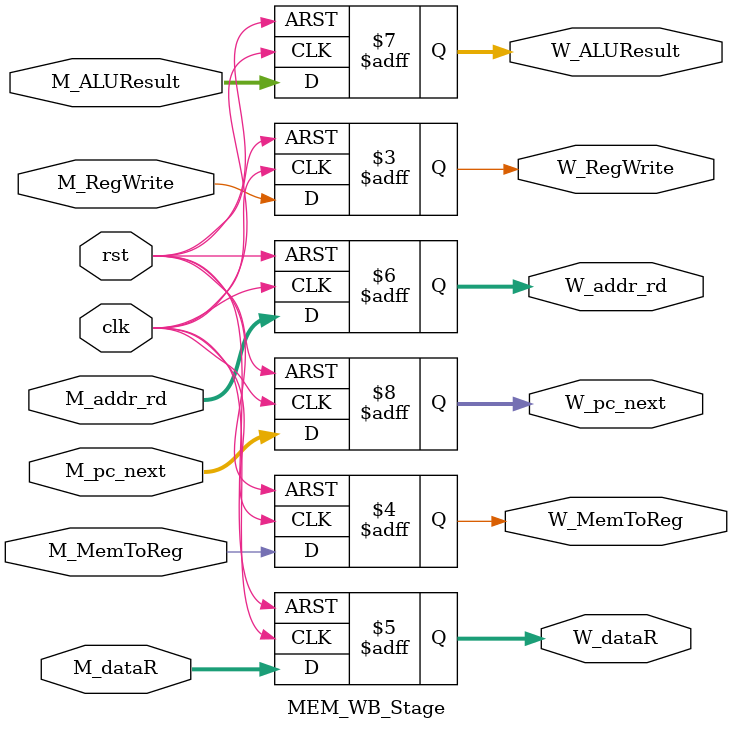
<source format=sv>
`timescale 1ns/1ps

module MEM_WB_Stage (

    input logic clk, rst,
    
    // INPUTS
    // control 
    input logic M_RegWrite,
    input logic M_MemToReg, // the mux signal 
    
    // data
    input logic [31:0] M_dataR, 
    input logic [ 4:0 ] M_addr_rd,
    input logic [31:0] M_ALUResult,
    input logic [31:0] M_pc_next, // to cater the JUMP case 
    
    // OUTPUTs
    // control
    output logic W_RegWrite,
    output logic W_MemToReg,
    
    // data
    output logic [31:0] W_dataR, 
    output logic [ 4:0 ] W_addr_rd,
    output logic [31:0] W_ALUResult,
    output logic [31:0] W_pc_next
); 

    always_ff @(posedge clk or negedge rst) begin
        if (!rst) begin
            W_RegWrite <= 1'b0;
            W_MemToReg <= 1'b0;
            W_dataR    <= 32'b0;
            W_addr_rd  <= 5'b0;
            W_ALUResult <= 32'b0;
            W_pc_next  <= 32'b0;
        end else begin
            W_RegWrite <= M_RegWrite;
            W_MemToReg <= M_MemToReg;
            W_dataR    <= M_dataR;
            W_addr_rd  <= M_addr_rd;
            W_ALUResult <= M_ALUResult;
            W_pc_next  <= M_pc_next;
        end
    end   

endmodule
</source>
